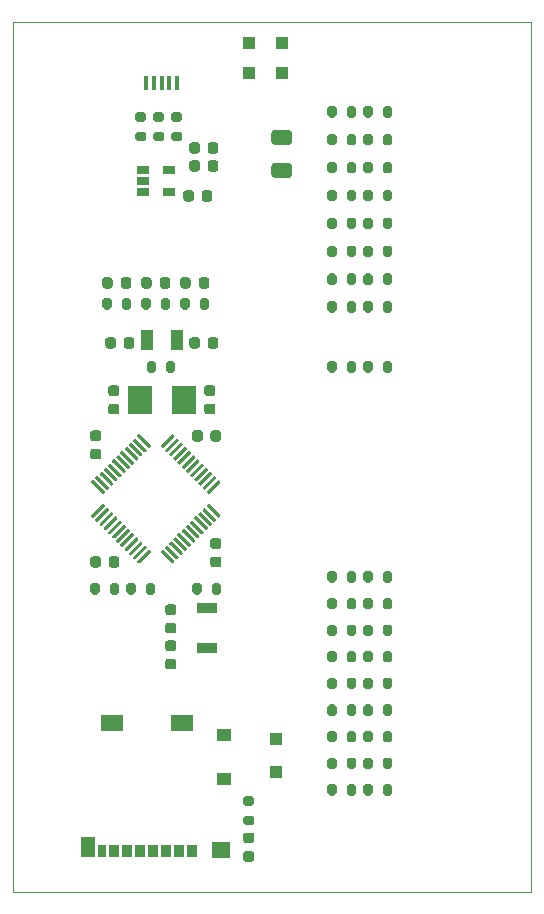
<source format=gbr>
%TF.GenerationSoftware,KiCad,Pcbnew,(5.1.9-16-g1737927814)-1*%
%TF.CreationDate,2021-05-19T17:32:56-05:00*%
%TF.ProjectId,bluepill_scsi,626c7565-7069-46c6-9c5f-736373692e6b,rev?*%
%TF.SameCoordinates,Original*%
%TF.FileFunction,Paste,Top*%
%TF.FilePolarity,Positive*%
%FSLAX46Y46*%
G04 Gerber Fmt 4.6, Leading zero omitted, Abs format (unit mm)*
G04 Created by KiCad (PCBNEW (5.1.9-16-g1737927814)-1) date 2021-05-19 17:32:56*
%MOMM*%
%LPD*%
G01*
G04 APERTURE LIST*
%TA.AperFunction,Profile*%
%ADD10C,0.050000*%
%TD*%
%ADD11R,1.100000X1.100000*%
%ADD12R,1.900000X1.350000*%
%ADD13R,1.200000X1.000000*%
%ADD14R,1.550000X1.350000*%
%ADD15R,1.170000X1.800000*%
%ADD16R,0.850000X1.100000*%
%ADD17R,0.750000X1.100000*%
%ADD18R,1.700000X0.900000*%
%ADD19R,2.000000X2.400000*%
%ADD20R,1.000000X1.800000*%
%ADD21R,1.060000X0.650000*%
%ADD22R,0.450000X1.300000*%
G04 APERTURE END LIST*
D10*
X71755000Y-149225000D02*
X71120000Y-149225000D01*
X71120000Y-147955000D02*
X71120000Y-149225000D01*
X114935000Y-149225000D02*
X71755000Y-149225000D01*
X114935000Y-147955000D02*
X114935000Y-149225000D01*
X114935000Y-75565000D02*
X71120000Y-75565000D01*
X114935000Y-147955000D02*
X114935000Y-75565000D01*
X71120000Y-147955000D02*
X71120000Y-75565000D01*
%TO.C,R8*%
G36*
G01*
X90784000Y-142792000D02*
X91334000Y-142792000D01*
G75*
G02*
X91534000Y-142992000I0J-200000D01*
G01*
X91534000Y-143392000D01*
G75*
G02*
X91334000Y-143592000I-200000J0D01*
G01*
X90784000Y-143592000D01*
G75*
G02*
X90584000Y-143392000I0J200000D01*
G01*
X90584000Y-142992000D01*
G75*
G02*
X90784000Y-142792000I200000J0D01*
G01*
G37*
G36*
G01*
X90784000Y-141142000D02*
X91334000Y-141142000D01*
G75*
G02*
X91534000Y-141342000I0J-200000D01*
G01*
X91534000Y-141742000D01*
G75*
G02*
X91334000Y-141942000I-200000J0D01*
G01*
X90784000Y-141942000D01*
G75*
G02*
X90584000Y-141742000I0J200000D01*
G01*
X90584000Y-141342000D01*
G75*
G02*
X90784000Y-141142000I200000J0D01*
G01*
G37*
%TD*%
%TO.C,D7*%
G36*
G01*
X90802750Y-145790500D02*
X91315250Y-145790500D01*
G75*
G02*
X91534000Y-146009250I0J-218750D01*
G01*
X91534000Y-146446750D01*
G75*
G02*
X91315250Y-146665500I-218750J0D01*
G01*
X90802750Y-146665500D01*
G75*
G02*
X90584000Y-146446750I0J218750D01*
G01*
X90584000Y-146009250D01*
G75*
G02*
X90802750Y-145790500I218750J0D01*
G01*
G37*
G36*
G01*
X90802750Y-144215500D02*
X91315250Y-144215500D01*
G75*
G02*
X91534000Y-144434250I0J-218750D01*
G01*
X91534000Y-144871750D01*
G75*
G02*
X91315250Y-145090500I-218750J0D01*
G01*
X90802750Y-145090500D01*
G75*
G02*
X90584000Y-144871750I0J218750D01*
G01*
X90584000Y-144434250D01*
G75*
G02*
X90802750Y-144215500I218750J0D01*
G01*
G37*
%TD*%
%TO.C,C33*%
G36*
G01*
X101556000Y-122280000D02*
X101556000Y-122830000D01*
G75*
G02*
X101356000Y-123030000I-200000J0D01*
G01*
X100956000Y-123030000D01*
G75*
G02*
X100756000Y-122830000I0J200000D01*
G01*
X100756000Y-122280000D01*
G75*
G02*
X100956000Y-122080000I200000J0D01*
G01*
X101356000Y-122080000D01*
G75*
G02*
X101556000Y-122280000I0J-200000D01*
G01*
G37*
G36*
G01*
X103206000Y-122280000D02*
X103206000Y-122830000D01*
G75*
G02*
X103006000Y-123030000I-200000J0D01*
G01*
X102606000Y-123030000D01*
G75*
G02*
X102406000Y-122830000I0J200000D01*
G01*
X102406000Y-122280000D01*
G75*
G02*
X102606000Y-122080000I200000J0D01*
G01*
X103006000Y-122080000D01*
G75*
G02*
X103206000Y-122280000I0J-200000D01*
G01*
G37*
%TD*%
%TO.C,C49*%
G36*
G01*
X101556000Y-124534250D02*
X101556000Y-125084250D01*
G75*
G02*
X101356000Y-125284250I-200000J0D01*
G01*
X100956000Y-125284250D01*
G75*
G02*
X100756000Y-125084250I0J200000D01*
G01*
X100756000Y-124534250D01*
G75*
G02*
X100956000Y-124334250I200000J0D01*
G01*
X101356000Y-124334250D01*
G75*
G02*
X101556000Y-124534250I0J-200000D01*
G01*
G37*
G36*
G01*
X103206000Y-124534250D02*
X103206000Y-125084250D01*
G75*
G02*
X103006000Y-125284250I-200000J0D01*
G01*
X102606000Y-125284250D01*
G75*
G02*
X102406000Y-125084250I0J200000D01*
G01*
X102406000Y-124534250D01*
G75*
G02*
X102606000Y-124334250I200000J0D01*
G01*
X103006000Y-124334250D01*
G75*
G02*
X103206000Y-124534250I0J-200000D01*
G01*
G37*
%TD*%
%TO.C,C48*%
G36*
G01*
X99358000Y-125084250D02*
X99358000Y-124534250D01*
G75*
G02*
X99558000Y-124334250I200000J0D01*
G01*
X99958000Y-124334250D01*
G75*
G02*
X100158000Y-124534250I0J-200000D01*
G01*
X100158000Y-125084250D01*
G75*
G02*
X99958000Y-125284250I-200000J0D01*
G01*
X99558000Y-125284250D01*
G75*
G02*
X99358000Y-125084250I0J200000D01*
G01*
G37*
G36*
G01*
X97708000Y-125084250D02*
X97708000Y-124534250D01*
G75*
G02*
X97908000Y-124334250I200000J0D01*
G01*
X98308000Y-124334250D01*
G75*
G02*
X98508000Y-124534250I0J-200000D01*
G01*
X98508000Y-125084250D01*
G75*
G02*
X98308000Y-125284250I-200000J0D01*
G01*
X97908000Y-125284250D01*
G75*
G02*
X97708000Y-125084250I0J200000D01*
G01*
G37*
%TD*%
%TO.C,C47*%
G36*
G01*
X101556000Y-126788500D02*
X101556000Y-127338500D01*
G75*
G02*
X101356000Y-127538500I-200000J0D01*
G01*
X100956000Y-127538500D01*
G75*
G02*
X100756000Y-127338500I0J200000D01*
G01*
X100756000Y-126788500D01*
G75*
G02*
X100956000Y-126588500I200000J0D01*
G01*
X101356000Y-126588500D01*
G75*
G02*
X101556000Y-126788500I0J-200000D01*
G01*
G37*
G36*
G01*
X103206000Y-126788500D02*
X103206000Y-127338500D01*
G75*
G02*
X103006000Y-127538500I-200000J0D01*
G01*
X102606000Y-127538500D01*
G75*
G02*
X102406000Y-127338500I0J200000D01*
G01*
X102406000Y-126788500D01*
G75*
G02*
X102606000Y-126588500I200000J0D01*
G01*
X103006000Y-126588500D01*
G75*
G02*
X103206000Y-126788500I0J-200000D01*
G01*
G37*
%TD*%
%TO.C,C46*%
G36*
G01*
X99358000Y-127338500D02*
X99358000Y-126788500D01*
G75*
G02*
X99558000Y-126588500I200000J0D01*
G01*
X99958000Y-126588500D01*
G75*
G02*
X100158000Y-126788500I0J-200000D01*
G01*
X100158000Y-127338500D01*
G75*
G02*
X99958000Y-127538500I-200000J0D01*
G01*
X99558000Y-127538500D01*
G75*
G02*
X99358000Y-127338500I0J200000D01*
G01*
G37*
G36*
G01*
X97708000Y-127338500D02*
X97708000Y-126788500D01*
G75*
G02*
X97908000Y-126588500I200000J0D01*
G01*
X98308000Y-126588500D01*
G75*
G02*
X98508000Y-126788500I0J-200000D01*
G01*
X98508000Y-127338500D01*
G75*
G02*
X98308000Y-127538500I-200000J0D01*
G01*
X97908000Y-127538500D01*
G75*
G02*
X97708000Y-127338500I0J200000D01*
G01*
G37*
%TD*%
%TO.C,C45*%
G36*
G01*
X101556000Y-129042750D02*
X101556000Y-129592750D01*
G75*
G02*
X101356000Y-129792750I-200000J0D01*
G01*
X100956000Y-129792750D01*
G75*
G02*
X100756000Y-129592750I0J200000D01*
G01*
X100756000Y-129042750D01*
G75*
G02*
X100956000Y-128842750I200000J0D01*
G01*
X101356000Y-128842750D01*
G75*
G02*
X101556000Y-129042750I0J-200000D01*
G01*
G37*
G36*
G01*
X103206000Y-129042750D02*
X103206000Y-129592750D01*
G75*
G02*
X103006000Y-129792750I-200000J0D01*
G01*
X102606000Y-129792750D01*
G75*
G02*
X102406000Y-129592750I0J200000D01*
G01*
X102406000Y-129042750D01*
G75*
G02*
X102606000Y-128842750I200000J0D01*
G01*
X103006000Y-128842750D01*
G75*
G02*
X103206000Y-129042750I0J-200000D01*
G01*
G37*
%TD*%
%TO.C,C44*%
G36*
G01*
X99358000Y-129592750D02*
X99358000Y-129042750D01*
G75*
G02*
X99558000Y-128842750I200000J0D01*
G01*
X99958000Y-128842750D01*
G75*
G02*
X100158000Y-129042750I0J-200000D01*
G01*
X100158000Y-129592750D01*
G75*
G02*
X99958000Y-129792750I-200000J0D01*
G01*
X99558000Y-129792750D01*
G75*
G02*
X99358000Y-129592750I0J200000D01*
G01*
G37*
G36*
G01*
X97708000Y-129592750D02*
X97708000Y-129042750D01*
G75*
G02*
X97908000Y-128842750I200000J0D01*
G01*
X98308000Y-128842750D01*
G75*
G02*
X98508000Y-129042750I0J-200000D01*
G01*
X98508000Y-129592750D01*
G75*
G02*
X98308000Y-129792750I-200000J0D01*
G01*
X97908000Y-129792750D01*
G75*
G02*
X97708000Y-129592750I0J200000D01*
G01*
G37*
%TD*%
%TO.C,C43*%
G36*
G01*
X101556000Y-131297000D02*
X101556000Y-131847000D01*
G75*
G02*
X101356000Y-132047000I-200000J0D01*
G01*
X100956000Y-132047000D01*
G75*
G02*
X100756000Y-131847000I0J200000D01*
G01*
X100756000Y-131297000D01*
G75*
G02*
X100956000Y-131097000I200000J0D01*
G01*
X101356000Y-131097000D01*
G75*
G02*
X101556000Y-131297000I0J-200000D01*
G01*
G37*
G36*
G01*
X103206000Y-131297000D02*
X103206000Y-131847000D01*
G75*
G02*
X103006000Y-132047000I-200000J0D01*
G01*
X102606000Y-132047000D01*
G75*
G02*
X102406000Y-131847000I0J200000D01*
G01*
X102406000Y-131297000D01*
G75*
G02*
X102606000Y-131097000I200000J0D01*
G01*
X103006000Y-131097000D01*
G75*
G02*
X103206000Y-131297000I0J-200000D01*
G01*
G37*
%TD*%
%TO.C,C42*%
G36*
G01*
X99358000Y-131847000D02*
X99358000Y-131297000D01*
G75*
G02*
X99558000Y-131097000I200000J0D01*
G01*
X99958000Y-131097000D01*
G75*
G02*
X100158000Y-131297000I0J-200000D01*
G01*
X100158000Y-131847000D01*
G75*
G02*
X99958000Y-132047000I-200000J0D01*
G01*
X99558000Y-132047000D01*
G75*
G02*
X99358000Y-131847000I0J200000D01*
G01*
G37*
G36*
G01*
X97708000Y-131847000D02*
X97708000Y-131297000D01*
G75*
G02*
X97908000Y-131097000I200000J0D01*
G01*
X98308000Y-131097000D01*
G75*
G02*
X98508000Y-131297000I0J-200000D01*
G01*
X98508000Y-131847000D01*
G75*
G02*
X98308000Y-132047000I-200000J0D01*
G01*
X97908000Y-132047000D01*
G75*
G02*
X97708000Y-131847000I0J200000D01*
G01*
G37*
%TD*%
%TO.C,C41*%
G36*
G01*
X101556000Y-133551250D02*
X101556000Y-134101250D01*
G75*
G02*
X101356000Y-134301250I-200000J0D01*
G01*
X100956000Y-134301250D01*
G75*
G02*
X100756000Y-134101250I0J200000D01*
G01*
X100756000Y-133551250D01*
G75*
G02*
X100956000Y-133351250I200000J0D01*
G01*
X101356000Y-133351250D01*
G75*
G02*
X101556000Y-133551250I0J-200000D01*
G01*
G37*
G36*
G01*
X103206000Y-133551250D02*
X103206000Y-134101250D01*
G75*
G02*
X103006000Y-134301250I-200000J0D01*
G01*
X102606000Y-134301250D01*
G75*
G02*
X102406000Y-134101250I0J200000D01*
G01*
X102406000Y-133551250D01*
G75*
G02*
X102606000Y-133351250I200000J0D01*
G01*
X103006000Y-133351250D01*
G75*
G02*
X103206000Y-133551250I0J-200000D01*
G01*
G37*
%TD*%
%TO.C,C40*%
G36*
G01*
X99358000Y-134101250D02*
X99358000Y-133551250D01*
G75*
G02*
X99558000Y-133351250I200000J0D01*
G01*
X99958000Y-133351250D01*
G75*
G02*
X100158000Y-133551250I0J-200000D01*
G01*
X100158000Y-134101250D01*
G75*
G02*
X99958000Y-134301250I-200000J0D01*
G01*
X99558000Y-134301250D01*
G75*
G02*
X99358000Y-134101250I0J200000D01*
G01*
G37*
G36*
G01*
X97708000Y-134101250D02*
X97708000Y-133551250D01*
G75*
G02*
X97908000Y-133351250I200000J0D01*
G01*
X98308000Y-133351250D01*
G75*
G02*
X98508000Y-133551250I0J-200000D01*
G01*
X98508000Y-134101250D01*
G75*
G02*
X98308000Y-134301250I-200000J0D01*
G01*
X97908000Y-134301250D01*
G75*
G02*
X97708000Y-134101250I0J200000D01*
G01*
G37*
%TD*%
%TO.C,C39*%
G36*
G01*
X101556000Y-135805500D02*
X101556000Y-136355500D01*
G75*
G02*
X101356000Y-136555500I-200000J0D01*
G01*
X100956000Y-136555500D01*
G75*
G02*
X100756000Y-136355500I0J200000D01*
G01*
X100756000Y-135805500D01*
G75*
G02*
X100956000Y-135605500I200000J0D01*
G01*
X101356000Y-135605500D01*
G75*
G02*
X101556000Y-135805500I0J-200000D01*
G01*
G37*
G36*
G01*
X103206000Y-135805500D02*
X103206000Y-136355500D01*
G75*
G02*
X103006000Y-136555500I-200000J0D01*
G01*
X102606000Y-136555500D01*
G75*
G02*
X102406000Y-136355500I0J200000D01*
G01*
X102406000Y-135805500D01*
G75*
G02*
X102606000Y-135605500I200000J0D01*
G01*
X103006000Y-135605500D01*
G75*
G02*
X103206000Y-135805500I0J-200000D01*
G01*
G37*
%TD*%
%TO.C,C38*%
G36*
G01*
X99358000Y-136355500D02*
X99358000Y-135805500D01*
G75*
G02*
X99558000Y-135605500I200000J0D01*
G01*
X99958000Y-135605500D01*
G75*
G02*
X100158000Y-135805500I0J-200000D01*
G01*
X100158000Y-136355500D01*
G75*
G02*
X99958000Y-136555500I-200000J0D01*
G01*
X99558000Y-136555500D01*
G75*
G02*
X99358000Y-136355500I0J200000D01*
G01*
G37*
G36*
G01*
X97708000Y-136355500D02*
X97708000Y-135805500D01*
G75*
G02*
X97908000Y-135605500I200000J0D01*
G01*
X98308000Y-135605500D01*
G75*
G02*
X98508000Y-135805500I0J-200000D01*
G01*
X98508000Y-136355500D01*
G75*
G02*
X98308000Y-136555500I-200000J0D01*
G01*
X97908000Y-136555500D01*
G75*
G02*
X97708000Y-136355500I0J200000D01*
G01*
G37*
%TD*%
%TO.C,C37*%
G36*
G01*
X101556000Y-138059750D02*
X101556000Y-138609750D01*
G75*
G02*
X101356000Y-138809750I-200000J0D01*
G01*
X100956000Y-138809750D01*
G75*
G02*
X100756000Y-138609750I0J200000D01*
G01*
X100756000Y-138059750D01*
G75*
G02*
X100956000Y-137859750I200000J0D01*
G01*
X101356000Y-137859750D01*
G75*
G02*
X101556000Y-138059750I0J-200000D01*
G01*
G37*
G36*
G01*
X103206000Y-138059750D02*
X103206000Y-138609750D01*
G75*
G02*
X103006000Y-138809750I-200000J0D01*
G01*
X102606000Y-138809750D01*
G75*
G02*
X102406000Y-138609750I0J200000D01*
G01*
X102406000Y-138059750D01*
G75*
G02*
X102606000Y-137859750I200000J0D01*
G01*
X103006000Y-137859750D01*
G75*
G02*
X103206000Y-138059750I0J-200000D01*
G01*
G37*
%TD*%
%TO.C,C36*%
G36*
G01*
X99358000Y-138609750D02*
X99358000Y-138059750D01*
G75*
G02*
X99558000Y-137859750I200000J0D01*
G01*
X99958000Y-137859750D01*
G75*
G02*
X100158000Y-138059750I0J-200000D01*
G01*
X100158000Y-138609750D01*
G75*
G02*
X99958000Y-138809750I-200000J0D01*
G01*
X99558000Y-138809750D01*
G75*
G02*
X99358000Y-138609750I0J200000D01*
G01*
G37*
G36*
G01*
X97708000Y-138609750D02*
X97708000Y-138059750D01*
G75*
G02*
X97908000Y-137859750I200000J0D01*
G01*
X98308000Y-137859750D01*
G75*
G02*
X98508000Y-138059750I0J-200000D01*
G01*
X98508000Y-138609750D01*
G75*
G02*
X98308000Y-138809750I-200000J0D01*
G01*
X97908000Y-138809750D01*
G75*
G02*
X97708000Y-138609750I0J200000D01*
G01*
G37*
%TD*%
%TO.C,C35*%
G36*
G01*
X101556000Y-140314000D02*
X101556000Y-140864000D01*
G75*
G02*
X101356000Y-141064000I-200000J0D01*
G01*
X100956000Y-141064000D01*
G75*
G02*
X100756000Y-140864000I0J200000D01*
G01*
X100756000Y-140314000D01*
G75*
G02*
X100956000Y-140114000I200000J0D01*
G01*
X101356000Y-140114000D01*
G75*
G02*
X101556000Y-140314000I0J-200000D01*
G01*
G37*
G36*
G01*
X103206000Y-140314000D02*
X103206000Y-140864000D01*
G75*
G02*
X103006000Y-141064000I-200000J0D01*
G01*
X102606000Y-141064000D01*
G75*
G02*
X102406000Y-140864000I0J200000D01*
G01*
X102406000Y-140314000D01*
G75*
G02*
X102606000Y-140114000I200000J0D01*
G01*
X103006000Y-140114000D01*
G75*
G02*
X103206000Y-140314000I0J-200000D01*
G01*
G37*
%TD*%
%TO.C,C34*%
G36*
G01*
X99358000Y-140864000D02*
X99358000Y-140314000D01*
G75*
G02*
X99558000Y-140114000I200000J0D01*
G01*
X99958000Y-140114000D01*
G75*
G02*
X100158000Y-140314000I0J-200000D01*
G01*
X100158000Y-140864000D01*
G75*
G02*
X99958000Y-141064000I-200000J0D01*
G01*
X99558000Y-141064000D01*
G75*
G02*
X99358000Y-140864000I0J200000D01*
G01*
G37*
G36*
G01*
X97708000Y-140864000D02*
X97708000Y-140314000D01*
G75*
G02*
X97908000Y-140114000I200000J0D01*
G01*
X98308000Y-140114000D01*
G75*
G02*
X98508000Y-140314000I0J-200000D01*
G01*
X98508000Y-140864000D01*
G75*
G02*
X98308000Y-141064000I-200000J0D01*
G01*
X97908000Y-141064000D01*
G75*
G02*
X97708000Y-140864000I0J200000D01*
G01*
G37*
%TD*%
%TO.C,C32*%
G36*
G01*
X99358000Y-122830000D02*
X99358000Y-122280000D01*
G75*
G02*
X99558000Y-122080000I200000J0D01*
G01*
X99958000Y-122080000D01*
G75*
G02*
X100158000Y-122280000I0J-200000D01*
G01*
X100158000Y-122830000D01*
G75*
G02*
X99958000Y-123030000I-200000J0D01*
G01*
X99558000Y-123030000D01*
G75*
G02*
X99358000Y-122830000I0J200000D01*
G01*
G37*
G36*
G01*
X97708000Y-122830000D02*
X97708000Y-122280000D01*
G75*
G02*
X97908000Y-122080000I200000J0D01*
G01*
X98308000Y-122080000D01*
G75*
G02*
X98508000Y-122280000I0J-200000D01*
G01*
X98508000Y-122830000D01*
G75*
G02*
X98308000Y-123030000I-200000J0D01*
G01*
X97908000Y-123030000D01*
G75*
G02*
X97708000Y-122830000I0J200000D01*
G01*
G37*
%TD*%
%TO.C,C31*%
G36*
G01*
X101556000Y-104500000D02*
X101556000Y-105050000D01*
G75*
G02*
X101356000Y-105250000I-200000J0D01*
G01*
X100956000Y-105250000D01*
G75*
G02*
X100756000Y-105050000I0J200000D01*
G01*
X100756000Y-104500000D01*
G75*
G02*
X100956000Y-104300000I200000J0D01*
G01*
X101356000Y-104300000D01*
G75*
G02*
X101556000Y-104500000I0J-200000D01*
G01*
G37*
G36*
G01*
X103206000Y-104500000D02*
X103206000Y-105050000D01*
G75*
G02*
X103006000Y-105250000I-200000J0D01*
G01*
X102606000Y-105250000D01*
G75*
G02*
X102406000Y-105050000I0J200000D01*
G01*
X102406000Y-104500000D01*
G75*
G02*
X102606000Y-104300000I200000J0D01*
G01*
X103006000Y-104300000D01*
G75*
G02*
X103206000Y-104500000I0J-200000D01*
G01*
G37*
%TD*%
%TO.C,C30*%
G36*
G01*
X99358000Y-105050000D02*
X99358000Y-104500000D01*
G75*
G02*
X99558000Y-104300000I200000J0D01*
G01*
X99958000Y-104300000D01*
G75*
G02*
X100158000Y-104500000I0J-200000D01*
G01*
X100158000Y-105050000D01*
G75*
G02*
X99958000Y-105250000I-200000J0D01*
G01*
X99558000Y-105250000D01*
G75*
G02*
X99358000Y-105050000I0J200000D01*
G01*
G37*
G36*
G01*
X97708000Y-105050000D02*
X97708000Y-104500000D01*
G75*
G02*
X97908000Y-104300000I200000J0D01*
G01*
X98308000Y-104300000D01*
G75*
G02*
X98508000Y-104500000I0J-200000D01*
G01*
X98508000Y-105050000D01*
G75*
G02*
X98308000Y-105250000I-200000J0D01*
G01*
X97908000Y-105250000D01*
G75*
G02*
X97708000Y-105050000I0J200000D01*
G01*
G37*
%TD*%
%TO.C,C29*%
G36*
G01*
X101556000Y-97061426D02*
X101556000Y-97611426D01*
G75*
G02*
X101356000Y-97811426I-200000J0D01*
G01*
X100956000Y-97811426D01*
G75*
G02*
X100756000Y-97611426I0J200000D01*
G01*
X100756000Y-97061426D01*
G75*
G02*
X100956000Y-96861426I200000J0D01*
G01*
X101356000Y-96861426D01*
G75*
G02*
X101556000Y-97061426I0J-200000D01*
G01*
G37*
G36*
G01*
X103206000Y-97061426D02*
X103206000Y-97611426D01*
G75*
G02*
X103006000Y-97811426I-200000J0D01*
G01*
X102606000Y-97811426D01*
G75*
G02*
X102406000Y-97611426I0J200000D01*
G01*
X102406000Y-97061426D01*
G75*
G02*
X102606000Y-96861426I200000J0D01*
G01*
X103006000Y-96861426D01*
G75*
G02*
X103206000Y-97061426I0J-200000D01*
G01*
G37*
%TD*%
%TO.C,C28*%
G36*
G01*
X99358000Y-97611426D02*
X99358000Y-97061426D01*
G75*
G02*
X99558000Y-96861426I200000J0D01*
G01*
X99958000Y-96861426D01*
G75*
G02*
X100158000Y-97061426I0J-200000D01*
G01*
X100158000Y-97611426D01*
G75*
G02*
X99958000Y-97811426I-200000J0D01*
G01*
X99558000Y-97811426D01*
G75*
G02*
X99358000Y-97611426I0J200000D01*
G01*
G37*
G36*
G01*
X97708000Y-97611426D02*
X97708000Y-97061426D01*
G75*
G02*
X97908000Y-96861426I200000J0D01*
G01*
X98308000Y-96861426D01*
G75*
G02*
X98508000Y-97061426I0J-200000D01*
G01*
X98508000Y-97611426D01*
G75*
G02*
X98308000Y-97811426I-200000J0D01*
G01*
X97908000Y-97811426D01*
G75*
G02*
X97708000Y-97611426I0J200000D01*
G01*
G37*
%TD*%
%TO.C,C27*%
G36*
G01*
X101556000Y-94702855D02*
X101556000Y-95252855D01*
G75*
G02*
X101356000Y-95452855I-200000J0D01*
G01*
X100956000Y-95452855D01*
G75*
G02*
X100756000Y-95252855I0J200000D01*
G01*
X100756000Y-94702855D01*
G75*
G02*
X100956000Y-94502855I200000J0D01*
G01*
X101356000Y-94502855D01*
G75*
G02*
X101556000Y-94702855I0J-200000D01*
G01*
G37*
G36*
G01*
X103206000Y-94702855D02*
X103206000Y-95252855D01*
G75*
G02*
X103006000Y-95452855I-200000J0D01*
G01*
X102606000Y-95452855D01*
G75*
G02*
X102406000Y-95252855I0J200000D01*
G01*
X102406000Y-94702855D01*
G75*
G02*
X102606000Y-94502855I200000J0D01*
G01*
X103006000Y-94502855D01*
G75*
G02*
X103206000Y-94702855I0J-200000D01*
G01*
G37*
%TD*%
%TO.C,C26*%
G36*
G01*
X99358000Y-95252855D02*
X99358000Y-94702855D01*
G75*
G02*
X99558000Y-94502855I200000J0D01*
G01*
X99958000Y-94502855D01*
G75*
G02*
X100158000Y-94702855I0J-200000D01*
G01*
X100158000Y-95252855D01*
G75*
G02*
X99958000Y-95452855I-200000J0D01*
G01*
X99558000Y-95452855D01*
G75*
G02*
X99358000Y-95252855I0J200000D01*
G01*
G37*
G36*
G01*
X97708000Y-95252855D02*
X97708000Y-94702855D01*
G75*
G02*
X97908000Y-94502855I200000J0D01*
G01*
X98308000Y-94502855D01*
G75*
G02*
X98508000Y-94702855I0J-200000D01*
G01*
X98508000Y-95252855D01*
G75*
G02*
X98308000Y-95452855I-200000J0D01*
G01*
X97908000Y-95452855D01*
G75*
G02*
X97708000Y-95252855I0J200000D01*
G01*
G37*
%TD*%
%TO.C,C25*%
G36*
G01*
X101556000Y-89985713D02*
X101556000Y-90535713D01*
G75*
G02*
X101356000Y-90735713I-200000J0D01*
G01*
X100956000Y-90735713D01*
G75*
G02*
X100756000Y-90535713I0J200000D01*
G01*
X100756000Y-89985713D01*
G75*
G02*
X100956000Y-89785713I200000J0D01*
G01*
X101356000Y-89785713D01*
G75*
G02*
X101556000Y-89985713I0J-200000D01*
G01*
G37*
G36*
G01*
X103206000Y-89985713D02*
X103206000Y-90535713D01*
G75*
G02*
X103006000Y-90735713I-200000J0D01*
G01*
X102606000Y-90735713D01*
G75*
G02*
X102406000Y-90535713I0J200000D01*
G01*
X102406000Y-89985713D01*
G75*
G02*
X102606000Y-89785713I200000J0D01*
G01*
X103006000Y-89785713D01*
G75*
G02*
X103206000Y-89985713I0J-200000D01*
G01*
G37*
%TD*%
%TO.C,C24*%
G36*
G01*
X99358000Y-90535713D02*
X99358000Y-89985713D01*
G75*
G02*
X99558000Y-89785713I200000J0D01*
G01*
X99958000Y-89785713D01*
G75*
G02*
X100158000Y-89985713I0J-200000D01*
G01*
X100158000Y-90535713D01*
G75*
G02*
X99958000Y-90735713I-200000J0D01*
G01*
X99558000Y-90735713D01*
G75*
G02*
X99358000Y-90535713I0J200000D01*
G01*
G37*
G36*
G01*
X97708000Y-90535713D02*
X97708000Y-89985713D01*
G75*
G02*
X97908000Y-89785713I200000J0D01*
G01*
X98308000Y-89785713D01*
G75*
G02*
X98508000Y-89985713I0J-200000D01*
G01*
X98508000Y-90535713D01*
G75*
G02*
X98308000Y-90735713I-200000J0D01*
G01*
X97908000Y-90735713D01*
G75*
G02*
X97708000Y-90535713I0J200000D01*
G01*
G37*
%TD*%
%TO.C,C23*%
G36*
G01*
X101556000Y-99420000D02*
X101556000Y-99970000D01*
G75*
G02*
X101356000Y-100170000I-200000J0D01*
G01*
X100956000Y-100170000D01*
G75*
G02*
X100756000Y-99970000I0J200000D01*
G01*
X100756000Y-99420000D01*
G75*
G02*
X100956000Y-99220000I200000J0D01*
G01*
X101356000Y-99220000D01*
G75*
G02*
X101556000Y-99420000I0J-200000D01*
G01*
G37*
G36*
G01*
X103206000Y-99420000D02*
X103206000Y-99970000D01*
G75*
G02*
X103006000Y-100170000I-200000J0D01*
G01*
X102606000Y-100170000D01*
G75*
G02*
X102406000Y-99970000I0J200000D01*
G01*
X102406000Y-99420000D01*
G75*
G02*
X102606000Y-99220000I200000J0D01*
G01*
X103006000Y-99220000D01*
G75*
G02*
X103206000Y-99420000I0J-200000D01*
G01*
G37*
%TD*%
%TO.C,C22*%
G36*
G01*
X99358000Y-99970000D02*
X99358000Y-99420000D01*
G75*
G02*
X99558000Y-99220000I200000J0D01*
G01*
X99958000Y-99220000D01*
G75*
G02*
X100158000Y-99420000I0J-200000D01*
G01*
X100158000Y-99970000D01*
G75*
G02*
X99958000Y-100170000I-200000J0D01*
G01*
X99558000Y-100170000D01*
G75*
G02*
X99358000Y-99970000I0J200000D01*
G01*
G37*
G36*
G01*
X97708000Y-99970000D02*
X97708000Y-99420000D01*
G75*
G02*
X97908000Y-99220000I200000J0D01*
G01*
X98308000Y-99220000D01*
G75*
G02*
X98508000Y-99420000I0J-200000D01*
G01*
X98508000Y-99970000D01*
G75*
G02*
X98308000Y-100170000I-200000J0D01*
G01*
X97908000Y-100170000D01*
G75*
G02*
X97708000Y-99970000I0J200000D01*
G01*
G37*
%TD*%
%TO.C,C21*%
G36*
G01*
X101556000Y-92344284D02*
X101556000Y-92894284D01*
G75*
G02*
X101356000Y-93094284I-200000J0D01*
G01*
X100956000Y-93094284D01*
G75*
G02*
X100756000Y-92894284I0J200000D01*
G01*
X100756000Y-92344284D01*
G75*
G02*
X100956000Y-92144284I200000J0D01*
G01*
X101356000Y-92144284D01*
G75*
G02*
X101556000Y-92344284I0J-200000D01*
G01*
G37*
G36*
G01*
X103206000Y-92344284D02*
X103206000Y-92894284D01*
G75*
G02*
X103006000Y-93094284I-200000J0D01*
G01*
X102606000Y-93094284D01*
G75*
G02*
X102406000Y-92894284I0J200000D01*
G01*
X102406000Y-92344284D01*
G75*
G02*
X102606000Y-92144284I200000J0D01*
G01*
X103006000Y-92144284D01*
G75*
G02*
X103206000Y-92344284I0J-200000D01*
G01*
G37*
%TD*%
%TO.C,C20*%
G36*
G01*
X99358000Y-92894284D02*
X99358000Y-92344284D01*
G75*
G02*
X99558000Y-92144284I200000J0D01*
G01*
X99958000Y-92144284D01*
G75*
G02*
X100158000Y-92344284I0J-200000D01*
G01*
X100158000Y-92894284D01*
G75*
G02*
X99958000Y-93094284I-200000J0D01*
G01*
X99558000Y-93094284D01*
G75*
G02*
X99358000Y-92894284I0J200000D01*
G01*
G37*
G36*
G01*
X97708000Y-92894284D02*
X97708000Y-92344284D01*
G75*
G02*
X97908000Y-92144284I200000J0D01*
G01*
X98308000Y-92144284D01*
G75*
G02*
X98508000Y-92344284I0J-200000D01*
G01*
X98508000Y-92894284D01*
G75*
G02*
X98308000Y-93094284I-200000J0D01*
G01*
X97908000Y-93094284D01*
G75*
G02*
X97708000Y-92894284I0J200000D01*
G01*
G37*
%TD*%
%TO.C,C19*%
G36*
G01*
X101556000Y-87627142D02*
X101556000Y-88177142D01*
G75*
G02*
X101356000Y-88377142I-200000J0D01*
G01*
X100956000Y-88377142D01*
G75*
G02*
X100756000Y-88177142I0J200000D01*
G01*
X100756000Y-87627142D01*
G75*
G02*
X100956000Y-87427142I200000J0D01*
G01*
X101356000Y-87427142D01*
G75*
G02*
X101556000Y-87627142I0J-200000D01*
G01*
G37*
G36*
G01*
X103206000Y-87627142D02*
X103206000Y-88177142D01*
G75*
G02*
X103006000Y-88377142I-200000J0D01*
G01*
X102606000Y-88377142D01*
G75*
G02*
X102406000Y-88177142I0J200000D01*
G01*
X102406000Y-87627142D01*
G75*
G02*
X102606000Y-87427142I200000J0D01*
G01*
X103006000Y-87427142D01*
G75*
G02*
X103206000Y-87627142I0J-200000D01*
G01*
G37*
%TD*%
%TO.C,C18*%
G36*
G01*
X99358000Y-88177142D02*
X99358000Y-87627142D01*
G75*
G02*
X99558000Y-87427142I200000J0D01*
G01*
X99958000Y-87427142D01*
G75*
G02*
X100158000Y-87627142I0J-200000D01*
G01*
X100158000Y-88177142D01*
G75*
G02*
X99958000Y-88377142I-200000J0D01*
G01*
X99558000Y-88377142D01*
G75*
G02*
X99358000Y-88177142I0J200000D01*
G01*
G37*
G36*
G01*
X97708000Y-88177142D02*
X97708000Y-87627142D01*
G75*
G02*
X97908000Y-87427142I200000J0D01*
G01*
X98308000Y-87427142D01*
G75*
G02*
X98508000Y-87627142I0J-200000D01*
G01*
X98508000Y-88177142D01*
G75*
G02*
X98308000Y-88377142I-200000J0D01*
G01*
X97908000Y-88377142D01*
G75*
G02*
X97708000Y-88177142I0J200000D01*
G01*
G37*
%TD*%
%TO.C,C17*%
G36*
G01*
X101556000Y-85268571D02*
X101556000Y-85818571D01*
G75*
G02*
X101356000Y-86018571I-200000J0D01*
G01*
X100956000Y-86018571D01*
G75*
G02*
X100756000Y-85818571I0J200000D01*
G01*
X100756000Y-85268571D01*
G75*
G02*
X100956000Y-85068571I200000J0D01*
G01*
X101356000Y-85068571D01*
G75*
G02*
X101556000Y-85268571I0J-200000D01*
G01*
G37*
G36*
G01*
X103206000Y-85268571D02*
X103206000Y-85818571D01*
G75*
G02*
X103006000Y-86018571I-200000J0D01*
G01*
X102606000Y-86018571D01*
G75*
G02*
X102406000Y-85818571I0J200000D01*
G01*
X102406000Y-85268571D01*
G75*
G02*
X102606000Y-85068571I200000J0D01*
G01*
X103006000Y-85068571D01*
G75*
G02*
X103206000Y-85268571I0J-200000D01*
G01*
G37*
%TD*%
%TO.C,C16*%
G36*
G01*
X99358000Y-85818571D02*
X99358000Y-85268571D01*
G75*
G02*
X99558000Y-85068571I200000J0D01*
G01*
X99958000Y-85068571D01*
G75*
G02*
X100158000Y-85268571I0J-200000D01*
G01*
X100158000Y-85818571D01*
G75*
G02*
X99958000Y-86018571I-200000J0D01*
G01*
X99558000Y-86018571D01*
G75*
G02*
X99358000Y-85818571I0J200000D01*
G01*
G37*
G36*
G01*
X97708000Y-85818571D02*
X97708000Y-85268571D01*
G75*
G02*
X97908000Y-85068571I200000J0D01*
G01*
X98308000Y-85068571D01*
G75*
G02*
X98508000Y-85268571I0J-200000D01*
G01*
X98508000Y-85818571D01*
G75*
G02*
X98308000Y-86018571I-200000J0D01*
G01*
X97908000Y-86018571D01*
G75*
G02*
X97708000Y-85818571I0J200000D01*
G01*
G37*
%TD*%
%TO.C,C15*%
G36*
G01*
X101556000Y-82910000D02*
X101556000Y-83460000D01*
G75*
G02*
X101356000Y-83660000I-200000J0D01*
G01*
X100956000Y-83660000D01*
G75*
G02*
X100756000Y-83460000I0J200000D01*
G01*
X100756000Y-82910000D01*
G75*
G02*
X100956000Y-82710000I200000J0D01*
G01*
X101356000Y-82710000D01*
G75*
G02*
X101556000Y-82910000I0J-200000D01*
G01*
G37*
G36*
G01*
X103206000Y-82910000D02*
X103206000Y-83460000D01*
G75*
G02*
X103006000Y-83660000I-200000J0D01*
G01*
X102606000Y-83660000D01*
G75*
G02*
X102406000Y-83460000I0J200000D01*
G01*
X102406000Y-82910000D01*
G75*
G02*
X102606000Y-82710000I200000J0D01*
G01*
X103006000Y-82710000D01*
G75*
G02*
X103206000Y-82910000I0J-200000D01*
G01*
G37*
%TD*%
%TO.C,C8*%
G36*
G01*
X99358000Y-83460000D02*
X99358000Y-82910000D01*
G75*
G02*
X99558000Y-82710000I200000J0D01*
G01*
X99958000Y-82710000D01*
G75*
G02*
X100158000Y-82910000I0J-200000D01*
G01*
X100158000Y-83460000D01*
G75*
G02*
X99958000Y-83660000I-200000J0D01*
G01*
X99558000Y-83660000D01*
G75*
G02*
X99358000Y-83460000I0J200000D01*
G01*
G37*
G36*
G01*
X97708000Y-83460000D02*
X97708000Y-82910000D01*
G75*
G02*
X97908000Y-82710000I200000J0D01*
G01*
X98308000Y-82710000D01*
G75*
G02*
X98508000Y-82910000I0J-200000D01*
G01*
X98508000Y-83460000D01*
G75*
G02*
X98308000Y-83660000I-200000J0D01*
G01*
X97908000Y-83660000D01*
G75*
G02*
X97708000Y-83460000I0J200000D01*
G01*
G37*
%TD*%
%TO.C,C6*%
G36*
G01*
X87574000Y-88007000D02*
X87574000Y-87507000D01*
G75*
G02*
X87799000Y-87282000I225000J0D01*
G01*
X88249000Y-87282000D01*
G75*
G02*
X88474000Y-87507000I0J-225000D01*
G01*
X88474000Y-88007000D01*
G75*
G02*
X88249000Y-88232000I-225000J0D01*
G01*
X87799000Y-88232000D01*
G75*
G02*
X87574000Y-88007000I0J225000D01*
G01*
G37*
G36*
G01*
X86024000Y-88007000D02*
X86024000Y-87507000D01*
G75*
G02*
X86249000Y-87282000I225000J0D01*
G01*
X86699000Y-87282000D01*
G75*
G02*
X86924000Y-87507000I0J-225000D01*
G01*
X86924000Y-88007000D01*
G75*
G02*
X86699000Y-88232000I-225000J0D01*
G01*
X86249000Y-88232000D01*
G75*
G02*
X86024000Y-88007000I0J225000D01*
G01*
G37*
%TD*%
%TO.C,F1*%
G36*
G01*
X93228000Y-87516000D02*
X94478000Y-87516000D01*
G75*
G02*
X94728000Y-87766000I0J-250000D01*
G01*
X94728000Y-88516000D01*
G75*
G02*
X94478000Y-88766000I-250000J0D01*
G01*
X93228000Y-88766000D01*
G75*
G02*
X92978000Y-88516000I0J250000D01*
G01*
X92978000Y-87766000D01*
G75*
G02*
X93228000Y-87516000I250000J0D01*
G01*
G37*
G36*
G01*
X93228000Y-84716000D02*
X94478000Y-84716000D01*
G75*
G02*
X94728000Y-84966000I0J-250000D01*
G01*
X94728000Y-85716000D01*
G75*
G02*
X94478000Y-85966000I-250000J0D01*
G01*
X93228000Y-85966000D01*
G75*
G02*
X92978000Y-85716000I0J250000D01*
G01*
X92978000Y-84966000D01*
G75*
G02*
X93228000Y-84716000I250000J0D01*
G01*
G37*
%TD*%
D11*
%TO.C,D6*%
X91059000Y-77343000D03*
X93859000Y-77343000D03*
%TD*%
%TO.C,D4*%
X91059000Y-79883000D03*
X93859000Y-79883000D03*
%TD*%
%TO.C,D3*%
X93345000Y-139065000D03*
X93345000Y-136265000D03*
%TD*%
%TO.C,C7*%
G36*
G01*
X87574000Y-86483000D02*
X87574000Y-85983000D01*
G75*
G02*
X87799000Y-85758000I225000J0D01*
G01*
X88249000Y-85758000D01*
G75*
G02*
X88474000Y-85983000I0J-225000D01*
G01*
X88474000Y-86483000D01*
G75*
G02*
X88249000Y-86708000I-225000J0D01*
G01*
X87799000Y-86708000D01*
G75*
G02*
X87574000Y-86483000I0J225000D01*
G01*
G37*
G36*
G01*
X86024000Y-86483000D02*
X86024000Y-85983000D01*
G75*
G02*
X86249000Y-85758000I225000J0D01*
G01*
X86699000Y-85758000D01*
G75*
G02*
X86924000Y-85983000I0J-225000D01*
G01*
X86924000Y-86483000D01*
G75*
G02*
X86699000Y-86708000I-225000J0D01*
G01*
X86249000Y-86708000D01*
G75*
G02*
X86024000Y-86483000I0J225000D01*
G01*
G37*
%TD*%
%TO.C,C5*%
G36*
G01*
X87066000Y-90547000D02*
X87066000Y-90047000D01*
G75*
G02*
X87291000Y-89822000I225000J0D01*
G01*
X87741000Y-89822000D01*
G75*
G02*
X87966000Y-90047000I0J-225000D01*
G01*
X87966000Y-90547000D01*
G75*
G02*
X87741000Y-90772000I-225000J0D01*
G01*
X87291000Y-90772000D01*
G75*
G02*
X87066000Y-90547000I0J225000D01*
G01*
G37*
G36*
G01*
X85516000Y-90547000D02*
X85516000Y-90047000D01*
G75*
G02*
X85741000Y-89822000I225000J0D01*
G01*
X86191000Y-89822000D01*
G75*
G02*
X86416000Y-90047000I0J-225000D01*
G01*
X86416000Y-90547000D01*
G75*
G02*
X86191000Y-90772000I-225000J0D01*
G01*
X85741000Y-90772000D01*
G75*
G02*
X85516000Y-90547000I0J225000D01*
G01*
G37*
%TD*%
D12*
%TO.C,J6*%
X79455000Y-134960000D03*
X85425000Y-134960000D03*
D13*
X88925000Y-139635000D03*
X88925000Y-135935000D03*
D14*
X88750000Y-145660000D03*
D15*
X77430000Y-145435000D03*
D16*
X79690000Y-145785000D03*
X80790000Y-145785000D03*
X81890000Y-145785000D03*
X82990000Y-145785000D03*
X84090000Y-145785000D03*
X85190000Y-145785000D03*
D17*
X78640000Y-145785000D03*
D16*
X86290000Y-145785000D03*
%TD*%
D18*
%TO.C,SW1*%
X87503000Y-125173000D03*
X87503000Y-128573000D03*
%TD*%
D19*
%TO.C,Y2*%
X85543000Y-107569000D03*
X81843000Y-107569000D03*
%TD*%
D20*
%TO.C,Y3*%
X82443000Y-102489000D03*
X84943000Y-102489000D03*
%TD*%
%TO.C,U2*%
G36*
G01*
X83609264Y-111425516D02*
X84546180Y-110488600D01*
G75*
G02*
X84652246Y-110488600I53033J-53033D01*
G01*
X84758312Y-110594666D01*
G75*
G02*
X84758312Y-110700732I-53033J-53033D01*
G01*
X83821396Y-111637648D01*
G75*
G02*
X83715330Y-111637648I-53033J53033D01*
G01*
X83609264Y-111531582D01*
G75*
G02*
X83609264Y-111425516I53033J53033D01*
G01*
G37*
G36*
G01*
X83962818Y-111779070D02*
X84899734Y-110842154D01*
G75*
G02*
X85005800Y-110842154I53033J-53033D01*
G01*
X85111866Y-110948220D01*
G75*
G02*
X85111866Y-111054286I-53033J-53033D01*
G01*
X84174950Y-111991202D01*
G75*
G02*
X84068884Y-111991202I-53033J53033D01*
G01*
X83962818Y-111885136D01*
G75*
G02*
X83962818Y-111779070I53033J53033D01*
G01*
G37*
G36*
G01*
X84316371Y-112132623D02*
X85253287Y-111195707D01*
G75*
G02*
X85359353Y-111195707I53033J-53033D01*
G01*
X85465419Y-111301773D01*
G75*
G02*
X85465419Y-111407839I-53033J-53033D01*
G01*
X84528503Y-112344755D01*
G75*
G02*
X84422437Y-112344755I-53033J53033D01*
G01*
X84316371Y-112238689D01*
G75*
G02*
X84316371Y-112132623I53033J53033D01*
G01*
G37*
G36*
G01*
X84669925Y-112486177D02*
X85606841Y-111549261D01*
G75*
G02*
X85712907Y-111549261I53033J-53033D01*
G01*
X85818973Y-111655327D01*
G75*
G02*
X85818973Y-111761393I-53033J-53033D01*
G01*
X84882057Y-112698309D01*
G75*
G02*
X84775991Y-112698309I-53033J53033D01*
G01*
X84669925Y-112592243D01*
G75*
G02*
X84669925Y-112486177I53033J53033D01*
G01*
G37*
G36*
G01*
X85023478Y-112839730D02*
X85960394Y-111902814D01*
G75*
G02*
X86066460Y-111902814I53033J-53033D01*
G01*
X86172526Y-112008880D01*
G75*
G02*
X86172526Y-112114946I-53033J-53033D01*
G01*
X85235610Y-113051862D01*
G75*
G02*
X85129544Y-113051862I-53033J53033D01*
G01*
X85023478Y-112945796D01*
G75*
G02*
X85023478Y-112839730I53033J53033D01*
G01*
G37*
G36*
G01*
X85377031Y-113193283D02*
X86313947Y-112256367D01*
G75*
G02*
X86420013Y-112256367I53033J-53033D01*
G01*
X86526079Y-112362433D01*
G75*
G02*
X86526079Y-112468499I-53033J-53033D01*
G01*
X85589163Y-113405415D01*
G75*
G02*
X85483097Y-113405415I-53033J53033D01*
G01*
X85377031Y-113299349D01*
G75*
G02*
X85377031Y-113193283I53033J53033D01*
G01*
G37*
G36*
G01*
X85730585Y-113546837D02*
X86667501Y-112609921D01*
G75*
G02*
X86773567Y-112609921I53033J-53033D01*
G01*
X86879633Y-112715987D01*
G75*
G02*
X86879633Y-112822053I-53033J-53033D01*
G01*
X85942717Y-113758969D01*
G75*
G02*
X85836651Y-113758969I-53033J53033D01*
G01*
X85730585Y-113652903D01*
G75*
G02*
X85730585Y-113546837I53033J53033D01*
G01*
G37*
G36*
G01*
X86084138Y-113900390D02*
X87021054Y-112963474D01*
G75*
G02*
X87127120Y-112963474I53033J-53033D01*
G01*
X87233186Y-113069540D01*
G75*
G02*
X87233186Y-113175606I-53033J-53033D01*
G01*
X86296270Y-114112522D01*
G75*
G02*
X86190204Y-114112522I-53033J53033D01*
G01*
X86084138Y-114006456D01*
G75*
G02*
X86084138Y-113900390I53033J53033D01*
G01*
G37*
G36*
G01*
X86437691Y-114253943D02*
X87374607Y-113317027D01*
G75*
G02*
X87480673Y-113317027I53033J-53033D01*
G01*
X87586739Y-113423093D01*
G75*
G02*
X87586739Y-113529159I-53033J-53033D01*
G01*
X86649823Y-114466075D01*
G75*
G02*
X86543757Y-114466075I-53033J53033D01*
G01*
X86437691Y-114360009D01*
G75*
G02*
X86437691Y-114253943I53033J53033D01*
G01*
G37*
G36*
G01*
X86791245Y-114607497D02*
X87728161Y-113670581D01*
G75*
G02*
X87834227Y-113670581I53033J-53033D01*
G01*
X87940293Y-113776647D01*
G75*
G02*
X87940293Y-113882713I-53033J-53033D01*
G01*
X87003377Y-114819629D01*
G75*
G02*
X86897311Y-114819629I-53033J53033D01*
G01*
X86791245Y-114713563D01*
G75*
G02*
X86791245Y-114607497I53033J53033D01*
G01*
G37*
G36*
G01*
X87144798Y-114961050D02*
X88081714Y-114024134D01*
G75*
G02*
X88187780Y-114024134I53033J-53033D01*
G01*
X88293846Y-114130200D01*
G75*
G02*
X88293846Y-114236266I-53033J-53033D01*
G01*
X87356930Y-115173182D01*
G75*
G02*
X87250864Y-115173182I-53033J53033D01*
G01*
X87144798Y-115067116D01*
G75*
G02*
X87144798Y-114961050I53033J53033D01*
G01*
G37*
G36*
G01*
X87498352Y-115314604D02*
X88435268Y-114377688D01*
G75*
G02*
X88541334Y-114377688I53033J-53033D01*
G01*
X88647400Y-114483754D01*
G75*
G02*
X88647400Y-114589820I-53033J-53033D01*
G01*
X87710484Y-115526736D01*
G75*
G02*
X87604418Y-115526736I-53033J53033D01*
G01*
X87498352Y-115420670D01*
G75*
G02*
X87498352Y-115314604I53033J53033D01*
G01*
G37*
G36*
G01*
X87498352Y-116481330D02*
X87604418Y-116375264D01*
G75*
G02*
X87710484Y-116375264I53033J-53033D01*
G01*
X88647400Y-117312180D01*
G75*
G02*
X88647400Y-117418246I-53033J-53033D01*
G01*
X88541334Y-117524312D01*
G75*
G02*
X88435268Y-117524312I-53033J53033D01*
G01*
X87498352Y-116587396D01*
G75*
G02*
X87498352Y-116481330I53033J53033D01*
G01*
G37*
G36*
G01*
X87144798Y-116834884D02*
X87250864Y-116728818D01*
G75*
G02*
X87356930Y-116728818I53033J-53033D01*
G01*
X88293846Y-117665734D01*
G75*
G02*
X88293846Y-117771800I-53033J-53033D01*
G01*
X88187780Y-117877866D01*
G75*
G02*
X88081714Y-117877866I-53033J53033D01*
G01*
X87144798Y-116940950D01*
G75*
G02*
X87144798Y-116834884I53033J53033D01*
G01*
G37*
G36*
G01*
X86791245Y-117188437D02*
X86897311Y-117082371D01*
G75*
G02*
X87003377Y-117082371I53033J-53033D01*
G01*
X87940293Y-118019287D01*
G75*
G02*
X87940293Y-118125353I-53033J-53033D01*
G01*
X87834227Y-118231419D01*
G75*
G02*
X87728161Y-118231419I-53033J53033D01*
G01*
X86791245Y-117294503D01*
G75*
G02*
X86791245Y-117188437I53033J53033D01*
G01*
G37*
G36*
G01*
X86437691Y-117541991D02*
X86543757Y-117435925D01*
G75*
G02*
X86649823Y-117435925I53033J-53033D01*
G01*
X87586739Y-118372841D01*
G75*
G02*
X87586739Y-118478907I-53033J-53033D01*
G01*
X87480673Y-118584973D01*
G75*
G02*
X87374607Y-118584973I-53033J53033D01*
G01*
X86437691Y-117648057D01*
G75*
G02*
X86437691Y-117541991I53033J53033D01*
G01*
G37*
G36*
G01*
X86084138Y-117895544D02*
X86190204Y-117789478D01*
G75*
G02*
X86296270Y-117789478I53033J-53033D01*
G01*
X87233186Y-118726394D01*
G75*
G02*
X87233186Y-118832460I-53033J-53033D01*
G01*
X87127120Y-118938526D01*
G75*
G02*
X87021054Y-118938526I-53033J53033D01*
G01*
X86084138Y-118001610D01*
G75*
G02*
X86084138Y-117895544I53033J53033D01*
G01*
G37*
G36*
G01*
X85730585Y-118249097D02*
X85836651Y-118143031D01*
G75*
G02*
X85942717Y-118143031I53033J-53033D01*
G01*
X86879633Y-119079947D01*
G75*
G02*
X86879633Y-119186013I-53033J-53033D01*
G01*
X86773567Y-119292079D01*
G75*
G02*
X86667501Y-119292079I-53033J53033D01*
G01*
X85730585Y-118355163D01*
G75*
G02*
X85730585Y-118249097I53033J53033D01*
G01*
G37*
G36*
G01*
X85377031Y-118602651D02*
X85483097Y-118496585D01*
G75*
G02*
X85589163Y-118496585I53033J-53033D01*
G01*
X86526079Y-119433501D01*
G75*
G02*
X86526079Y-119539567I-53033J-53033D01*
G01*
X86420013Y-119645633D01*
G75*
G02*
X86313947Y-119645633I-53033J53033D01*
G01*
X85377031Y-118708717D01*
G75*
G02*
X85377031Y-118602651I53033J53033D01*
G01*
G37*
G36*
G01*
X85023478Y-118956204D02*
X85129544Y-118850138D01*
G75*
G02*
X85235610Y-118850138I53033J-53033D01*
G01*
X86172526Y-119787054D01*
G75*
G02*
X86172526Y-119893120I-53033J-53033D01*
G01*
X86066460Y-119999186D01*
G75*
G02*
X85960394Y-119999186I-53033J53033D01*
G01*
X85023478Y-119062270D01*
G75*
G02*
X85023478Y-118956204I53033J53033D01*
G01*
G37*
G36*
G01*
X84669925Y-119309757D02*
X84775991Y-119203691D01*
G75*
G02*
X84882057Y-119203691I53033J-53033D01*
G01*
X85818973Y-120140607D01*
G75*
G02*
X85818973Y-120246673I-53033J-53033D01*
G01*
X85712907Y-120352739D01*
G75*
G02*
X85606841Y-120352739I-53033J53033D01*
G01*
X84669925Y-119415823D01*
G75*
G02*
X84669925Y-119309757I53033J53033D01*
G01*
G37*
G36*
G01*
X84316371Y-119663311D02*
X84422437Y-119557245D01*
G75*
G02*
X84528503Y-119557245I53033J-53033D01*
G01*
X85465419Y-120494161D01*
G75*
G02*
X85465419Y-120600227I-53033J-53033D01*
G01*
X85359353Y-120706293D01*
G75*
G02*
X85253287Y-120706293I-53033J53033D01*
G01*
X84316371Y-119769377D01*
G75*
G02*
X84316371Y-119663311I53033J53033D01*
G01*
G37*
G36*
G01*
X83962818Y-120016864D02*
X84068884Y-119910798D01*
G75*
G02*
X84174950Y-119910798I53033J-53033D01*
G01*
X85111866Y-120847714D01*
G75*
G02*
X85111866Y-120953780I-53033J-53033D01*
G01*
X85005800Y-121059846D01*
G75*
G02*
X84899734Y-121059846I-53033J53033D01*
G01*
X83962818Y-120122930D01*
G75*
G02*
X83962818Y-120016864I53033J53033D01*
G01*
G37*
G36*
G01*
X83609264Y-120370418D02*
X83715330Y-120264352D01*
G75*
G02*
X83821396Y-120264352I53033J-53033D01*
G01*
X84758312Y-121201268D01*
G75*
G02*
X84758312Y-121307334I-53033J-53033D01*
G01*
X84652246Y-121413400D01*
G75*
G02*
X84546180Y-121413400I-53033J53033D01*
G01*
X83609264Y-120476484D01*
G75*
G02*
X83609264Y-120370418I53033J53033D01*
G01*
G37*
G36*
G01*
X81611688Y-121201268D02*
X82548604Y-120264352D01*
G75*
G02*
X82654670Y-120264352I53033J-53033D01*
G01*
X82760736Y-120370418D01*
G75*
G02*
X82760736Y-120476484I-53033J-53033D01*
G01*
X81823820Y-121413400D01*
G75*
G02*
X81717754Y-121413400I-53033J53033D01*
G01*
X81611688Y-121307334D01*
G75*
G02*
X81611688Y-121201268I53033J53033D01*
G01*
G37*
G36*
G01*
X81258134Y-120847714D02*
X82195050Y-119910798D01*
G75*
G02*
X82301116Y-119910798I53033J-53033D01*
G01*
X82407182Y-120016864D01*
G75*
G02*
X82407182Y-120122930I-53033J-53033D01*
G01*
X81470266Y-121059846D01*
G75*
G02*
X81364200Y-121059846I-53033J53033D01*
G01*
X81258134Y-120953780D01*
G75*
G02*
X81258134Y-120847714I53033J53033D01*
G01*
G37*
G36*
G01*
X80904581Y-120494161D02*
X81841497Y-119557245D01*
G75*
G02*
X81947563Y-119557245I53033J-53033D01*
G01*
X82053629Y-119663311D01*
G75*
G02*
X82053629Y-119769377I-53033J-53033D01*
G01*
X81116713Y-120706293D01*
G75*
G02*
X81010647Y-120706293I-53033J53033D01*
G01*
X80904581Y-120600227D01*
G75*
G02*
X80904581Y-120494161I53033J53033D01*
G01*
G37*
G36*
G01*
X80551027Y-120140607D02*
X81487943Y-119203691D01*
G75*
G02*
X81594009Y-119203691I53033J-53033D01*
G01*
X81700075Y-119309757D01*
G75*
G02*
X81700075Y-119415823I-53033J-53033D01*
G01*
X80763159Y-120352739D01*
G75*
G02*
X80657093Y-120352739I-53033J53033D01*
G01*
X80551027Y-120246673D01*
G75*
G02*
X80551027Y-120140607I53033J53033D01*
G01*
G37*
G36*
G01*
X80197474Y-119787054D02*
X81134390Y-118850138D01*
G75*
G02*
X81240456Y-118850138I53033J-53033D01*
G01*
X81346522Y-118956204D01*
G75*
G02*
X81346522Y-119062270I-53033J-53033D01*
G01*
X80409606Y-119999186D01*
G75*
G02*
X80303540Y-119999186I-53033J53033D01*
G01*
X80197474Y-119893120D01*
G75*
G02*
X80197474Y-119787054I53033J53033D01*
G01*
G37*
G36*
G01*
X79843921Y-119433501D02*
X80780837Y-118496585D01*
G75*
G02*
X80886903Y-118496585I53033J-53033D01*
G01*
X80992969Y-118602651D01*
G75*
G02*
X80992969Y-118708717I-53033J-53033D01*
G01*
X80056053Y-119645633D01*
G75*
G02*
X79949987Y-119645633I-53033J53033D01*
G01*
X79843921Y-119539567D01*
G75*
G02*
X79843921Y-119433501I53033J53033D01*
G01*
G37*
G36*
G01*
X79490367Y-119079947D02*
X80427283Y-118143031D01*
G75*
G02*
X80533349Y-118143031I53033J-53033D01*
G01*
X80639415Y-118249097D01*
G75*
G02*
X80639415Y-118355163I-53033J-53033D01*
G01*
X79702499Y-119292079D01*
G75*
G02*
X79596433Y-119292079I-53033J53033D01*
G01*
X79490367Y-119186013D01*
G75*
G02*
X79490367Y-119079947I53033J53033D01*
G01*
G37*
G36*
G01*
X79136814Y-118726394D02*
X80073730Y-117789478D01*
G75*
G02*
X80179796Y-117789478I53033J-53033D01*
G01*
X80285862Y-117895544D01*
G75*
G02*
X80285862Y-118001610I-53033J-53033D01*
G01*
X79348946Y-118938526D01*
G75*
G02*
X79242880Y-118938526I-53033J53033D01*
G01*
X79136814Y-118832460D01*
G75*
G02*
X79136814Y-118726394I53033J53033D01*
G01*
G37*
G36*
G01*
X78783261Y-118372841D02*
X79720177Y-117435925D01*
G75*
G02*
X79826243Y-117435925I53033J-53033D01*
G01*
X79932309Y-117541991D01*
G75*
G02*
X79932309Y-117648057I-53033J-53033D01*
G01*
X78995393Y-118584973D01*
G75*
G02*
X78889327Y-118584973I-53033J53033D01*
G01*
X78783261Y-118478907D01*
G75*
G02*
X78783261Y-118372841I53033J53033D01*
G01*
G37*
G36*
G01*
X78429707Y-118019287D02*
X79366623Y-117082371D01*
G75*
G02*
X79472689Y-117082371I53033J-53033D01*
G01*
X79578755Y-117188437D01*
G75*
G02*
X79578755Y-117294503I-53033J-53033D01*
G01*
X78641839Y-118231419D01*
G75*
G02*
X78535773Y-118231419I-53033J53033D01*
G01*
X78429707Y-118125353D01*
G75*
G02*
X78429707Y-118019287I53033J53033D01*
G01*
G37*
G36*
G01*
X78076154Y-117665734D02*
X79013070Y-116728818D01*
G75*
G02*
X79119136Y-116728818I53033J-53033D01*
G01*
X79225202Y-116834884D01*
G75*
G02*
X79225202Y-116940950I-53033J-53033D01*
G01*
X78288286Y-117877866D01*
G75*
G02*
X78182220Y-117877866I-53033J53033D01*
G01*
X78076154Y-117771800D01*
G75*
G02*
X78076154Y-117665734I53033J53033D01*
G01*
G37*
G36*
G01*
X77722600Y-117312180D02*
X78659516Y-116375264D01*
G75*
G02*
X78765582Y-116375264I53033J-53033D01*
G01*
X78871648Y-116481330D01*
G75*
G02*
X78871648Y-116587396I-53033J-53033D01*
G01*
X77934732Y-117524312D01*
G75*
G02*
X77828666Y-117524312I-53033J53033D01*
G01*
X77722600Y-117418246D01*
G75*
G02*
X77722600Y-117312180I53033J53033D01*
G01*
G37*
G36*
G01*
X77722600Y-114483754D02*
X77828666Y-114377688D01*
G75*
G02*
X77934732Y-114377688I53033J-53033D01*
G01*
X78871648Y-115314604D01*
G75*
G02*
X78871648Y-115420670I-53033J-53033D01*
G01*
X78765582Y-115526736D01*
G75*
G02*
X78659516Y-115526736I-53033J53033D01*
G01*
X77722600Y-114589820D01*
G75*
G02*
X77722600Y-114483754I53033J53033D01*
G01*
G37*
G36*
G01*
X78076154Y-114130200D02*
X78182220Y-114024134D01*
G75*
G02*
X78288286Y-114024134I53033J-53033D01*
G01*
X79225202Y-114961050D01*
G75*
G02*
X79225202Y-115067116I-53033J-53033D01*
G01*
X79119136Y-115173182D01*
G75*
G02*
X79013070Y-115173182I-53033J53033D01*
G01*
X78076154Y-114236266D01*
G75*
G02*
X78076154Y-114130200I53033J53033D01*
G01*
G37*
G36*
G01*
X78429707Y-113776647D02*
X78535773Y-113670581D01*
G75*
G02*
X78641839Y-113670581I53033J-53033D01*
G01*
X79578755Y-114607497D01*
G75*
G02*
X79578755Y-114713563I-53033J-53033D01*
G01*
X79472689Y-114819629D01*
G75*
G02*
X79366623Y-114819629I-53033J53033D01*
G01*
X78429707Y-113882713D01*
G75*
G02*
X78429707Y-113776647I53033J53033D01*
G01*
G37*
G36*
G01*
X78783261Y-113423093D02*
X78889327Y-113317027D01*
G75*
G02*
X78995393Y-113317027I53033J-53033D01*
G01*
X79932309Y-114253943D01*
G75*
G02*
X79932309Y-114360009I-53033J-53033D01*
G01*
X79826243Y-114466075D01*
G75*
G02*
X79720177Y-114466075I-53033J53033D01*
G01*
X78783261Y-113529159D01*
G75*
G02*
X78783261Y-113423093I53033J53033D01*
G01*
G37*
G36*
G01*
X79136814Y-113069540D02*
X79242880Y-112963474D01*
G75*
G02*
X79348946Y-112963474I53033J-53033D01*
G01*
X80285862Y-113900390D01*
G75*
G02*
X80285862Y-114006456I-53033J-53033D01*
G01*
X80179796Y-114112522D01*
G75*
G02*
X80073730Y-114112522I-53033J53033D01*
G01*
X79136814Y-113175606D01*
G75*
G02*
X79136814Y-113069540I53033J53033D01*
G01*
G37*
G36*
G01*
X79490367Y-112715987D02*
X79596433Y-112609921D01*
G75*
G02*
X79702499Y-112609921I53033J-53033D01*
G01*
X80639415Y-113546837D01*
G75*
G02*
X80639415Y-113652903I-53033J-53033D01*
G01*
X80533349Y-113758969D01*
G75*
G02*
X80427283Y-113758969I-53033J53033D01*
G01*
X79490367Y-112822053D01*
G75*
G02*
X79490367Y-112715987I53033J53033D01*
G01*
G37*
G36*
G01*
X79843921Y-112362433D02*
X79949987Y-112256367D01*
G75*
G02*
X80056053Y-112256367I53033J-53033D01*
G01*
X80992969Y-113193283D01*
G75*
G02*
X80992969Y-113299349I-53033J-53033D01*
G01*
X80886903Y-113405415D01*
G75*
G02*
X80780837Y-113405415I-53033J53033D01*
G01*
X79843921Y-112468499D01*
G75*
G02*
X79843921Y-112362433I53033J53033D01*
G01*
G37*
G36*
G01*
X80197474Y-112008880D02*
X80303540Y-111902814D01*
G75*
G02*
X80409606Y-111902814I53033J-53033D01*
G01*
X81346522Y-112839730D01*
G75*
G02*
X81346522Y-112945796I-53033J-53033D01*
G01*
X81240456Y-113051862D01*
G75*
G02*
X81134390Y-113051862I-53033J53033D01*
G01*
X80197474Y-112114946D01*
G75*
G02*
X80197474Y-112008880I53033J53033D01*
G01*
G37*
G36*
G01*
X80551027Y-111655327D02*
X80657093Y-111549261D01*
G75*
G02*
X80763159Y-111549261I53033J-53033D01*
G01*
X81700075Y-112486177D01*
G75*
G02*
X81700075Y-112592243I-53033J-53033D01*
G01*
X81594009Y-112698309D01*
G75*
G02*
X81487943Y-112698309I-53033J53033D01*
G01*
X80551027Y-111761393D01*
G75*
G02*
X80551027Y-111655327I53033J53033D01*
G01*
G37*
G36*
G01*
X80904581Y-111301773D02*
X81010647Y-111195707D01*
G75*
G02*
X81116713Y-111195707I53033J-53033D01*
G01*
X82053629Y-112132623D01*
G75*
G02*
X82053629Y-112238689I-53033J-53033D01*
G01*
X81947563Y-112344755D01*
G75*
G02*
X81841497Y-112344755I-53033J53033D01*
G01*
X80904581Y-111407839D01*
G75*
G02*
X80904581Y-111301773I53033J53033D01*
G01*
G37*
G36*
G01*
X81258134Y-110948220D02*
X81364200Y-110842154D01*
G75*
G02*
X81470266Y-110842154I53033J-53033D01*
G01*
X82407182Y-111779070D01*
G75*
G02*
X82407182Y-111885136I-53033J-53033D01*
G01*
X82301116Y-111991202D01*
G75*
G02*
X82195050Y-111991202I-53033J53033D01*
G01*
X81258134Y-111054286D01*
G75*
G02*
X81258134Y-110948220I53033J53033D01*
G01*
G37*
G36*
G01*
X81611688Y-110594666D02*
X81717754Y-110488600D01*
G75*
G02*
X81823820Y-110488600I53033J-53033D01*
G01*
X82760736Y-111425516D01*
G75*
G02*
X82760736Y-111531582I-53033J-53033D01*
G01*
X82654670Y-111637648D01*
G75*
G02*
X82548604Y-111637648I-53033J53033D01*
G01*
X81611688Y-110700732D01*
G75*
G02*
X81611688Y-110594666I53033J53033D01*
G01*
G37*
%TD*%
D21*
%TO.C,U1*%
X84285000Y-88077000D03*
X84285000Y-89977000D03*
X82085000Y-89977000D03*
X82085000Y-89027000D03*
X82085000Y-88077000D03*
%TD*%
%TO.C,R4*%
G36*
G01*
X82340000Y-123846000D02*
X82340000Y-123296000D01*
G75*
G02*
X82540000Y-123096000I200000J0D01*
G01*
X82940000Y-123096000D01*
G75*
G02*
X83140000Y-123296000I0J-200000D01*
G01*
X83140000Y-123846000D01*
G75*
G02*
X82940000Y-124046000I-200000J0D01*
G01*
X82540000Y-124046000D01*
G75*
G02*
X82340000Y-123846000I0J200000D01*
G01*
G37*
G36*
G01*
X80690000Y-123846000D02*
X80690000Y-123296000D01*
G75*
G02*
X80890000Y-123096000I200000J0D01*
G01*
X81290000Y-123096000D01*
G75*
G02*
X81490000Y-123296000I0J-200000D01*
G01*
X81490000Y-123846000D01*
G75*
G02*
X81290000Y-124046000I-200000J0D01*
G01*
X80890000Y-124046000D01*
G75*
G02*
X80690000Y-123846000I0J200000D01*
G01*
G37*
%TD*%
%TO.C,R3*%
G36*
G01*
X79292000Y-123846000D02*
X79292000Y-123296000D01*
G75*
G02*
X79492000Y-123096000I200000J0D01*
G01*
X79892000Y-123096000D01*
G75*
G02*
X80092000Y-123296000I0J-200000D01*
G01*
X80092000Y-123846000D01*
G75*
G02*
X79892000Y-124046000I-200000J0D01*
G01*
X79492000Y-124046000D01*
G75*
G02*
X79292000Y-123846000I0J200000D01*
G01*
G37*
G36*
G01*
X77642000Y-123846000D02*
X77642000Y-123296000D01*
G75*
G02*
X77842000Y-123096000I200000J0D01*
G01*
X78242000Y-123096000D01*
G75*
G02*
X78442000Y-123296000I0J-200000D01*
G01*
X78442000Y-123846000D01*
G75*
G02*
X78242000Y-124046000I-200000J0D01*
G01*
X77842000Y-124046000D01*
G75*
G02*
X77642000Y-123846000I0J200000D01*
G01*
G37*
%TD*%
%TO.C,R10*%
G36*
G01*
X84688000Y-84880000D02*
X85238000Y-84880000D01*
G75*
G02*
X85438000Y-85080000I0J-200000D01*
G01*
X85438000Y-85480000D01*
G75*
G02*
X85238000Y-85680000I-200000J0D01*
G01*
X84688000Y-85680000D01*
G75*
G02*
X84488000Y-85480000I0J200000D01*
G01*
X84488000Y-85080000D01*
G75*
G02*
X84688000Y-84880000I200000J0D01*
G01*
G37*
G36*
G01*
X84688000Y-83230000D02*
X85238000Y-83230000D01*
G75*
G02*
X85438000Y-83430000I0J-200000D01*
G01*
X85438000Y-83830000D01*
G75*
G02*
X85238000Y-84030000I-200000J0D01*
G01*
X84688000Y-84030000D01*
G75*
G02*
X84488000Y-83830000I0J200000D01*
G01*
X84488000Y-83430000D01*
G75*
G02*
X84688000Y-83230000I200000J0D01*
G01*
G37*
%TD*%
%TO.C,R6*%
G36*
G01*
X84055000Y-105050000D02*
X84055000Y-104500000D01*
G75*
G02*
X84255000Y-104300000I200000J0D01*
G01*
X84655000Y-104300000D01*
G75*
G02*
X84855000Y-104500000I0J-200000D01*
G01*
X84855000Y-105050000D01*
G75*
G02*
X84655000Y-105250000I-200000J0D01*
G01*
X84255000Y-105250000D01*
G75*
G02*
X84055000Y-105050000I0J200000D01*
G01*
G37*
G36*
G01*
X82405000Y-105050000D02*
X82405000Y-104500000D01*
G75*
G02*
X82605000Y-104300000I200000J0D01*
G01*
X83005000Y-104300000D01*
G75*
G02*
X83205000Y-104500000I0J-200000D01*
G01*
X83205000Y-105050000D01*
G75*
G02*
X83005000Y-105250000I-200000J0D01*
G01*
X82605000Y-105250000D01*
G75*
G02*
X82405000Y-105050000I0J200000D01*
G01*
G37*
%TD*%
%TO.C,R5*%
G36*
G01*
X83610000Y-99716000D02*
X83610000Y-99166000D01*
G75*
G02*
X83810000Y-98966000I200000J0D01*
G01*
X84210000Y-98966000D01*
G75*
G02*
X84410000Y-99166000I0J-200000D01*
G01*
X84410000Y-99716000D01*
G75*
G02*
X84210000Y-99916000I-200000J0D01*
G01*
X83810000Y-99916000D01*
G75*
G02*
X83610000Y-99716000I0J200000D01*
G01*
G37*
G36*
G01*
X81960000Y-99716000D02*
X81960000Y-99166000D01*
G75*
G02*
X82160000Y-98966000I200000J0D01*
G01*
X82560000Y-98966000D01*
G75*
G02*
X82760000Y-99166000I0J-200000D01*
G01*
X82760000Y-99716000D01*
G75*
G02*
X82560000Y-99916000I-200000J0D01*
G01*
X82160000Y-99916000D01*
G75*
G02*
X81960000Y-99716000I0J200000D01*
G01*
G37*
%TD*%
%TO.C,R11*%
G36*
G01*
X83164000Y-84880000D02*
X83714000Y-84880000D01*
G75*
G02*
X83914000Y-85080000I0J-200000D01*
G01*
X83914000Y-85480000D01*
G75*
G02*
X83714000Y-85680000I-200000J0D01*
G01*
X83164000Y-85680000D01*
G75*
G02*
X82964000Y-85480000I0J200000D01*
G01*
X82964000Y-85080000D01*
G75*
G02*
X83164000Y-84880000I200000J0D01*
G01*
G37*
G36*
G01*
X83164000Y-83230000D02*
X83714000Y-83230000D01*
G75*
G02*
X83914000Y-83430000I0J-200000D01*
G01*
X83914000Y-83830000D01*
G75*
G02*
X83714000Y-84030000I-200000J0D01*
G01*
X83164000Y-84030000D01*
G75*
G02*
X82964000Y-83830000I0J200000D01*
G01*
X82964000Y-83430000D01*
G75*
G02*
X83164000Y-83230000I200000J0D01*
G01*
G37*
%TD*%
%TO.C,R9*%
G36*
G01*
X82190000Y-84030000D02*
X81640000Y-84030000D01*
G75*
G02*
X81440000Y-83830000I0J200000D01*
G01*
X81440000Y-83430000D01*
G75*
G02*
X81640000Y-83230000I200000J0D01*
G01*
X82190000Y-83230000D01*
G75*
G02*
X82390000Y-83430000I0J-200000D01*
G01*
X82390000Y-83830000D01*
G75*
G02*
X82190000Y-84030000I-200000J0D01*
G01*
G37*
G36*
G01*
X82190000Y-85680000D02*
X81640000Y-85680000D01*
G75*
G02*
X81440000Y-85480000I0J200000D01*
G01*
X81440000Y-85080000D01*
G75*
G02*
X81640000Y-84880000I200000J0D01*
G01*
X82190000Y-84880000D01*
G75*
G02*
X82390000Y-85080000I0J-200000D01*
G01*
X82390000Y-85480000D01*
G75*
G02*
X82190000Y-85680000I-200000J0D01*
G01*
G37*
%TD*%
%TO.C,R7*%
G36*
G01*
X80308000Y-99716000D02*
X80308000Y-99166000D01*
G75*
G02*
X80508000Y-98966000I200000J0D01*
G01*
X80908000Y-98966000D01*
G75*
G02*
X81108000Y-99166000I0J-200000D01*
G01*
X81108000Y-99716000D01*
G75*
G02*
X80908000Y-99916000I-200000J0D01*
G01*
X80508000Y-99916000D01*
G75*
G02*
X80308000Y-99716000I0J200000D01*
G01*
G37*
G36*
G01*
X78658000Y-99716000D02*
X78658000Y-99166000D01*
G75*
G02*
X78858000Y-98966000I200000J0D01*
G01*
X79258000Y-98966000D01*
G75*
G02*
X79458000Y-99166000I0J-200000D01*
G01*
X79458000Y-99716000D01*
G75*
G02*
X79258000Y-99916000I-200000J0D01*
G01*
X78858000Y-99916000D01*
G75*
G02*
X78658000Y-99716000I0J200000D01*
G01*
G37*
%TD*%
%TO.C,R1*%
G36*
G01*
X86912000Y-99716000D02*
X86912000Y-99166000D01*
G75*
G02*
X87112000Y-98966000I200000J0D01*
G01*
X87512000Y-98966000D01*
G75*
G02*
X87712000Y-99166000I0J-200000D01*
G01*
X87712000Y-99716000D01*
G75*
G02*
X87512000Y-99916000I-200000J0D01*
G01*
X87112000Y-99916000D01*
G75*
G02*
X86912000Y-99716000I0J200000D01*
G01*
G37*
G36*
G01*
X85262000Y-99716000D02*
X85262000Y-99166000D01*
G75*
G02*
X85462000Y-98966000I200000J0D01*
G01*
X85862000Y-98966000D01*
G75*
G02*
X86062000Y-99166000I0J-200000D01*
G01*
X86062000Y-99716000D01*
G75*
G02*
X85862000Y-99916000I-200000J0D01*
G01*
X85462000Y-99916000D01*
G75*
G02*
X85262000Y-99716000I0J200000D01*
G01*
G37*
%TD*%
%TO.C,R2*%
G36*
G01*
X87928000Y-123846000D02*
X87928000Y-123296000D01*
G75*
G02*
X88128000Y-123096000I200000J0D01*
G01*
X88528000Y-123096000D01*
G75*
G02*
X88728000Y-123296000I0J-200000D01*
G01*
X88728000Y-123846000D01*
G75*
G02*
X88528000Y-124046000I-200000J0D01*
G01*
X88128000Y-124046000D01*
G75*
G02*
X87928000Y-123846000I0J200000D01*
G01*
G37*
G36*
G01*
X86278000Y-123846000D02*
X86278000Y-123296000D01*
G75*
G02*
X86478000Y-123096000I200000J0D01*
G01*
X86878000Y-123096000D01*
G75*
G02*
X87078000Y-123296000I0J-200000D01*
G01*
X87078000Y-123846000D01*
G75*
G02*
X86878000Y-124046000I-200000J0D01*
G01*
X86478000Y-124046000D01*
G75*
G02*
X86278000Y-123846000I0J200000D01*
G01*
G37*
%TD*%
D22*
%TO.C,J3*%
X82393000Y-80767000D03*
X83043000Y-80767000D03*
X83693000Y-80767000D03*
X84343000Y-80767000D03*
X84993000Y-80767000D03*
%TD*%
%TO.C,D2*%
G36*
G01*
X83535000Y-97919250D02*
X83535000Y-97406750D01*
G75*
G02*
X83753750Y-97188000I218750J0D01*
G01*
X84191250Y-97188000D01*
G75*
G02*
X84410000Y-97406750I0J-218750D01*
G01*
X84410000Y-97919250D01*
G75*
G02*
X84191250Y-98138000I-218750J0D01*
G01*
X83753750Y-98138000D01*
G75*
G02*
X83535000Y-97919250I0J218750D01*
G01*
G37*
G36*
G01*
X81960000Y-97919250D02*
X81960000Y-97406750D01*
G75*
G02*
X82178750Y-97188000I218750J0D01*
G01*
X82616250Y-97188000D01*
G75*
G02*
X82835000Y-97406750I0J-218750D01*
G01*
X82835000Y-97919250D01*
G75*
G02*
X82616250Y-98138000I-218750J0D01*
G01*
X82178750Y-98138000D01*
G75*
G02*
X81960000Y-97919250I0J218750D01*
G01*
G37*
%TD*%
%TO.C,D5*%
G36*
G01*
X80233000Y-97919250D02*
X80233000Y-97406750D01*
G75*
G02*
X80451750Y-97188000I218750J0D01*
G01*
X80889250Y-97188000D01*
G75*
G02*
X81108000Y-97406750I0J-218750D01*
G01*
X81108000Y-97919250D01*
G75*
G02*
X80889250Y-98138000I-218750J0D01*
G01*
X80451750Y-98138000D01*
G75*
G02*
X80233000Y-97919250I0J218750D01*
G01*
G37*
G36*
G01*
X78658000Y-97919250D02*
X78658000Y-97406750D01*
G75*
G02*
X78876750Y-97188000I218750J0D01*
G01*
X79314250Y-97188000D01*
G75*
G02*
X79533000Y-97406750I0J-218750D01*
G01*
X79533000Y-97919250D01*
G75*
G02*
X79314250Y-98138000I-218750J0D01*
G01*
X78876750Y-98138000D01*
G75*
G02*
X78658000Y-97919250I0J218750D01*
G01*
G37*
%TD*%
%TO.C,D1*%
G36*
G01*
X86837000Y-97919250D02*
X86837000Y-97406750D01*
G75*
G02*
X87055750Y-97188000I218750J0D01*
G01*
X87493250Y-97188000D01*
G75*
G02*
X87712000Y-97406750I0J-218750D01*
G01*
X87712000Y-97919250D01*
G75*
G02*
X87493250Y-98138000I-218750J0D01*
G01*
X87055750Y-98138000D01*
G75*
G02*
X86837000Y-97919250I0J218750D01*
G01*
G37*
G36*
G01*
X85262000Y-97919250D02*
X85262000Y-97406750D01*
G75*
G02*
X85480750Y-97188000I218750J0D01*
G01*
X85918250Y-97188000D01*
G75*
G02*
X86137000Y-97406750I0J-218750D01*
G01*
X86137000Y-97919250D01*
G75*
G02*
X85918250Y-98138000I-218750J0D01*
G01*
X85480750Y-98138000D01*
G75*
G02*
X85262000Y-97919250I0J218750D01*
G01*
G37*
%TD*%
%TO.C,C1*%
G36*
G01*
X84205000Y-129484000D02*
X84705000Y-129484000D01*
G75*
G02*
X84930000Y-129709000I0J-225000D01*
G01*
X84930000Y-130159000D01*
G75*
G02*
X84705000Y-130384000I-225000J0D01*
G01*
X84205000Y-130384000D01*
G75*
G02*
X83980000Y-130159000I0J225000D01*
G01*
X83980000Y-129709000D01*
G75*
G02*
X84205000Y-129484000I225000J0D01*
G01*
G37*
G36*
G01*
X84205000Y-127934000D02*
X84705000Y-127934000D01*
G75*
G02*
X84930000Y-128159000I0J-225000D01*
G01*
X84930000Y-128609000D01*
G75*
G02*
X84705000Y-128834000I-225000J0D01*
G01*
X84205000Y-128834000D01*
G75*
G02*
X83980000Y-128609000I0J225000D01*
G01*
X83980000Y-128159000D01*
G75*
G02*
X84205000Y-127934000I225000J0D01*
G01*
G37*
%TD*%
%TO.C,C4*%
G36*
G01*
X87815000Y-110867000D02*
X87815000Y-110367000D01*
G75*
G02*
X88040000Y-110142000I225000J0D01*
G01*
X88490000Y-110142000D01*
G75*
G02*
X88715000Y-110367000I0J-225000D01*
G01*
X88715000Y-110867000D01*
G75*
G02*
X88490000Y-111092000I-225000J0D01*
G01*
X88040000Y-111092000D01*
G75*
G02*
X87815000Y-110867000I0J225000D01*
G01*
G37*
G36*
G01*
X86265000Y-110867000D02*
X86265000Y-110367000D01*
G75*
G02*
X86490000Y-110142000I225000J0D01*
G01*
X86940000Y-110142000D01*
G75*
G02*
X87165000Y-110367000I0J-225000D01*
G01*
X87165000Y-110867000D01*
G75*
G02*
X86940000Y-111092000I-225000J0D01*
G01*
X86490000Y-111092000D01*
G75*
G02*
X86265000Y-110867000I0J225000D01*
G01*
G37*
%TD*%
%TO.C,C3*%
G36*
G01*
X78542000Y-121035000D02*
X78542000Y-121535000D01*
G75*
G02*
X78317000Y-121760000I-225000J0D01*
G01*
X77867000Y-121760000D01*
G75*
G02*
X77642000Y-121535000I0J225000D01*
G01*
X77642000Y-121035000D01*
G75*
G02*
X77867000Y-120810000I225000J0D01*
G01*
X78317000Y-120810000D01*
G75*
G02*
X78542000Y-121035000I0J-225000D01*
G01*
G37*
G36*
G01*
X80092000Y-121035000D02*
X80092000Y-121535000D01*
G75*
G02*
X79867000Y-121760000I-225000J0D01*
G01*
X79417000Y-121760000D01*
G75*
G02*
X79192000Y-121535000I0J225000D01*
G01*
X79192000Y-121035000D01*
G75*
G02*
X79417000Y-120810000I225000J0D01*
G01*
X79867000Y-120810000D01*
G75*
G02*
X80092000Y-121035000I0J-225000D01*
G01*
G37*
%TD*%
%TO.C,C11*%
G36*
G01*
X88015000Y-120835000D02*
X88515000Y-120835000D01*
G75*
G02*
X88740000Y-121060000I0J-225000D01*
G01*
X88740000Y-121510000D01*
G75*
G02*
X88515000Y-121735000I-225000J0D01*
G01*
X88015000Y-121735000D01*
G75*
G02*
X87790000Y-121510000I0J225000D01*
G01*
X87790000Y-121060000D01*
G75*
G02*
X88015000Y-120835000I225000J0D01*
G01*
G37*
G36*
G01*
X88015000Y-119285000D02*
X88515000Y-119285000D01*
G75*
G02*
X88740000Y-119510000I0J-225000D01*
G01*
X88740000Y-119960000D01*
G75*
G02*
X88515000Y-120185000I-225000J0D01*
G01*
X88015000Y-120185000D01*
G75*
G02*
X87790000Y-119960000I0J225000D01*
G01*
X87790000Y-119510000D01*
G75*
G02*
X88015000Y-119285000I225000J0D01*
G01*
G37*
%TD*%
%TO.C,C10*%
G36*
G01*
X78355000Y-111054000D02*
X77855000Y-111054000D01*
G75*
G02*
X77630000Y-110829000I0J225000D01*
G01*
X77630000Y-110379000D01*
G75*
G02*
X77855000Y-110154000I225000J0D01*
G01*
X78355000Y-110154000D01*
G75*
G02*
X78580000Y-110379000I0J-225000D01*
G01*
X78580000Y-110829000D01*
G75*
G02*
X78355000Y-111054000I-225000J0D01*
G01*
G37*
G36*
G01*
X78355000Y-112604000D02*
X77855000Y-112604000D01*
G75*
G02*
X77630000Y-112379000I0J225000D01*
G01*
X77630000Y-111929000D01*
G75*
G02*
X77855000Y-111704000I225000J0D01*
G01*
X78355000Y-111704000D01*
G75*
G02*
X78580000Y-111929000I0J-225000D01*
G01*
X78580000Y-112379000D01*
G75*
G02*
X78355000Y-112604000I-225000J0D01*
G01*
G37*
%TD*%
%TO.C,C14*%
G36*
G01*
X88007000Y-107231000D02*
X87507000Y-107231000D01*
G75*
G02*
X87282000Y-107006000I0J225000D01*
G01*
X87282000Y-106556000D01*
G75*
G02*
X87507000Y-106331000I225000J0D01*
G01*
X88007000Y-106331000D01*
G75*
G02*
X88232000Y-106556000I0J-225000D01*
G01*
X88232000Y-107006000D01*
G75*
G02*
X88007000Y-107231000I-225000J0D01*
G01*
G37*
G36*
G01*
X88007000Y-108781000D02*
X87507000Y-108781000D01*
G75*
G02*
X87282000Y-108556000I0J225000D01*
G01*
X87282000Y-108106000D01*
G75*
G02*
X87507000Y-107881000I225000J0D01*
G01*
X88007000Y-107881000D01*
G75*
G02*
X88232000Y-108106000I0J-225000D01*
G01*
X88232000Y-108556000D01*
G75*
G02*
X88007000Y-108781000I-225000J0D01*
G01*
G37*
%TD*%
%TO.C,C13*%
G36*
G01*
X79879000Y-107244000D02*
X79379000Y-107244000D01*
G75*
G02*
X79154000Y-107019000I0J225000D01*
G01*
X79154000Y-106569000D01*
G75*
G02*
X79379000Y-106344000I225000J0D01*
G01*
X79879000Y-106344000D01*
G75*
G02*
X80104000Y-106569000I0J-225000D01*
G01*
X80104000Y-107019000D01*
G75*
G02*
X79879000Y-107244000I-225000J0D01*
G01*
G37*
G36*
G01*
X79879000Y-108794000D02*
X79379000Y-108794000D01*
G75*
G02*
X79154000Y-108569000I0J225000D01*
G01*
X79154000Y-108119000D01*
G75*
G02*
X79379000Y-107894000I225000J0D01*
G01*
X79879000Y-107894000D01*
G75*
G02*
X80104000Y-108119000I0J-225000D01*
G01*
X80104000Y-108569000D01*
G75*
G02*
X79879000Y-108794000I-225000J0D01*
G01*
G37*
%TD*%
%TO.C,C2*%
G36*
G01*
X84205000Y-126436000D02*
X84705000Y-126436000D01*
G75*
G02*
X84930000Y-126661000I0J-225000D01*
G01*
X84930000Y-127111000D01*
G75*
G02*
X84705000Y-127336000I-225000J0D01*
G01*
X84205000Y-127336000D01*
G75*
G02*
X83980000Y-127111000I0J225000D01*
G01*
X83980000Y-126661000D01*
G75*
G02*
X84205000Y-126436000I225000J0D01*
G01*
G37*
G36*
G01*
X84205000Y-124886000D02*
X84705000Y-124886000D01*
G75*
G02*
X84930000Y-125111000I0J-225000D01*
G01*
X84930000Y-125561000D01*
G75*
G02*
X84705000Y-125786000I-225000J0D01*
G01*
X84205000Y-125786000D01*
G75*
G02*
X83980000Y-125561000I0J225000D01*
G01*
X83980000Y-125111000D01*
G75*
G02*
X84205000Y-124886000I225000J0D01*
G01*
G37*
%TD*%
%TO.C,C12*%
G36*
G01*
X79812000Y-102493000D02*
X79812000Y-102993000D01*
G75*
G02*
X79587000Y-103218000I-225000J0D01*
G01*
X79137000Y-103218000D01*
G75*
G02*
X78912000Y-102993000I0J225000D01*
G01*
X78912000Y-102493000D01*
G75*
G02*
X79137000Y-102268000I225000J0D01*
G01*
X79587000Y-102268000D01*
G75*
G02*
X79812000Y-102493000I0J-225000D01*
G01*
G37*
G36*
G01*
X81362000Y-102493000D02*
X81362000Y-102993000D01*
G75*
G02*
X81137000Y-103218000I-225000J0D01*
G01*
X80687000Y-103218000D01*
G75*
G02*
X80462000Y-102993000I0J225000D01*
G01*
X80462000Y-102493000D01*
G75*
G02*
X80687000Y-102268000I225000J0D01*
G01*
X81137000Y-102268000D01*
G75*
G02*
X81362000Y-102493000I0J-225000D01*
G01*
G37*
%TD*%
%TO.C,C9*%
G36*
G01*
X87574000Y-102993000D02*
X87574000Y-102493000D01*
G75*
G02*
X87799000Y-102268000I225000J0D01*
G01*
X88249000Y-102268000D01*
G75*
G02*
X88474000Y-102493000I0J-225000D01*
G01*
X88474000Y-102993000D01*
G75*
G02*
X88249000Y-103218000I-225000J0D01*
G01*
X87799000Y-103218000D01*
G75*
G02*
X87574000Y-102993000I0J225000D01*
G01*
G37*
G36*
G01*
X86024000Y-102993000D02*
X86024000Y-102493000D01*
G75*
G02*
X86249000Y-102268000I225000J0D01*
G01*
X86699000Y-102268000D01*
G75*
G02*
X86924000Y-102493000I0J-225000D01*
G01*
X86924000Y-102993000D01*
G75*
G02*
X86699000Y-103218000I-225000J0D01*
G01*
X86249000Y-103218000D01*
G75*
G02*
X86024000Y-102993000I0J225000D01*
G01*
G37*
%TD*%
M02*

</source>
